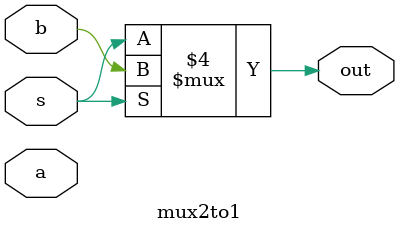
<source format=v>
module mux2to1(out, a, b, s);
    input a, b ,s; //wire
    output out;
    reg out;

    always@(a or b or s)
        if(!s) out = s; //in alway should be reg type 
        else out = b;
    
endmodule

/*
module mux2to1(
    input a,
    input b,
    input s, 
    output out
    );

    always@(a or b or s)
        if(!s) out = s;
        else out = b;
    
endmodule
*/
</source>
